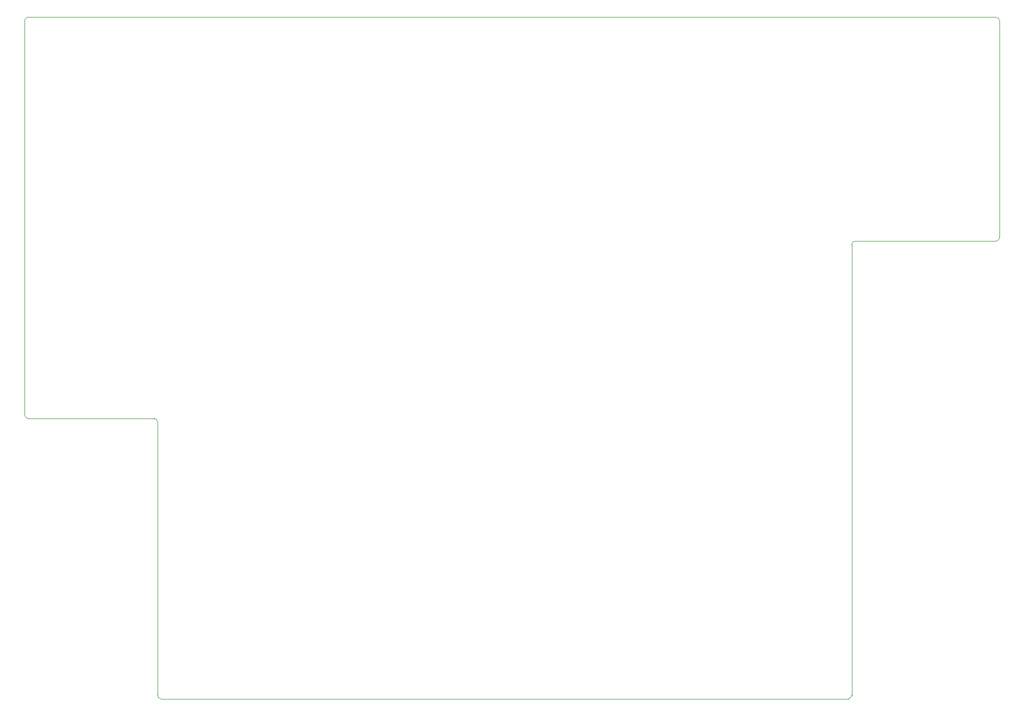
<source format=gbr>
%TF.GenerationSoftware,KiCad,Pcbnew,5.1.9+dfsg1-1*%
%TF.CreationDate,2022-02-16T13:07:23+01:00*%
%TF.ProjectId,A130XE_CX85,41313330-5845-45f4-9358-38352e6b6963,0.1*%
%TF.SameCoordinates,Original*%
%TF.FileFunction,Profile,NP*%
%FSLAX46Y46*%
G04 Gerber Fmt 4.6, Leading zero omitted, Abs format (unit mm)*
G04 Created by KiCad (PCBNEW 5.1.9+dfsg1-1) date 2022-02-16 13:07:23*
%MOMM*%
%LPD*%
G01*
G04 APERTURE LIST*
%TA.AperFunction,Profile*%
%ADD10C,0.050000*%
%TD*%
G04 APERTURE END LIST*
D10*
X55600000Y-100000000D02*
G75*
G02*
X54999917Y-99399917I0J600083D01*
G01*
X76900000Y-100000000D02*
G75*
G02*
X77500083Y-100600083I0J-600083D01*
G01*
X194999917Y-70600083D02*
G75*
G02*
X195600000Y-70000000I600083J0D01*
G01*
X220020000Y-69400000D02*
G75*
G02*
X219419917Y-70000083I-600083J0D01*
G01*
X54999917Y-99399917D02*
X55000000Y-32670083D01*
X76900000Y-100000000D02*
X55600000Y-100000000D01*
X77500000Y-146900000D02*
X77500083Y-100600083D01*
X194400000Y-147500000D02*
X78100083Y-147500083D01*
X195000000Y-70600000D02*
X195000083Y-146899917D01*
X219419917Y-70000083D02*
X195600000Y-70000000D01*
X54999917Y-32670083D02*
G75*
G02*
X55600000Y-32070000I600083J0D01*
G01*
X78100083Y-147500083D02*
G75*
G02*
X77500000Y-146900000I0J600083D01*
G01*
X195000083Y-146899917D02*
G75*
G02*
X194400000Y-147500000I-600083J0D01*
G01*
X219419917Y-32069917D02*
G75*
G02*
X220020000Y-32670000I0J-600083D01*
G01*
X220020000Y-32670000D02*
X220020000Y-69400000D01*
X55600000Y-32070000D02*
X219419917Y-32069917D01*
M02*

</source>
